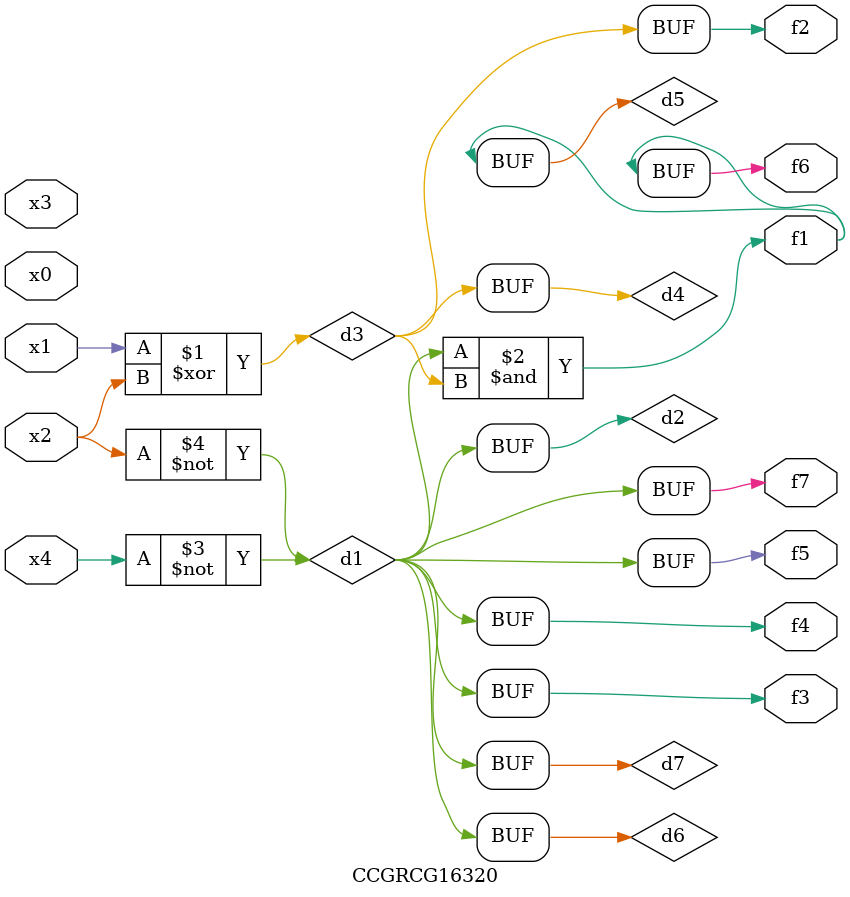
<source format=v>
module CCGRCG16320(
	input x0, x1, x2, x3, x4,
	output f1, f2, f3, f4, f5, f6, f7
);

	wire d1, d2, d3, d4, d5, d6, d7;

	not (d1, x4);
	not (d2, x2);
	xor (d3, x1, x2);
	buf (d4, d3);
	and (d5, d1, d3);
	buf (d6, d1, d2);
	buf (d7, d2);
	assign f1 = d5;
	assign f2 = d4;
	assign f3 = d7;
	assign f4 = d7;
	assign f5 = d7;
	assign f6 = d5;
	assign f7 = d7;
endmodule

</source>
